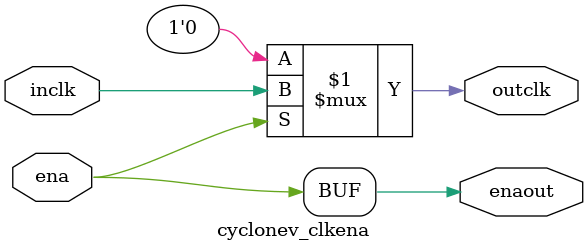
<source format=v>


module cyclonev_lcell_comb (
	                        dataa, datab, datac, datad, datae, dataf, datag, cin, sharein,
	                        combout, sumout, cout, shareout
                            );

   input dataa, datab, datac, datad, datae, dataf, datag, cin, sharein;
   output reg combout = 0, sumout = 0, cout = 0, shareout = 0;

   parameter lut_mask = 64'hFFFFFFFFFFFFFFFF;
   parameter shared_arith = "off";
   parameter extended_lut = "off";
   parameter dont_touch = "off";
   parameter lpm_type = "cyclonev_lcell_comb";

   localparam ishared_arith = shared_arith == "on";
   localparam iextended_lut = extended_lut == "on";

   localparam [15:0] f0_mask = lut_mask[15:0];
   localparam [15:0] f1_mask = lut_mask[31:16];
   localparam [15:0] f2_mask = lut_mask[47:32];
   localparam [15:0] f3_mask = lut_mask[63:48];

   reg        f0_out, f1_out, f2_out, f3_out;
   reg        g0_out, g1_out;
   reg        f2_input3, f2_f;
   reg        adder_input2;

   // 4-input LUT function
   function lut4;
      input [15:0] mask;
      input        dataa;
      input        datab;
      input        datac;
      input        datad;
      begin
         lut4 = datad ? ( datac ? ( datab ? ( dataa ? mask[15] : mask[14])
                                    : ( dataa ? mask[13] : mask[12]))
                          : ( datab ? ( dataa ? mask[11] : mask[10])
                              : ( dataa ? mask[ 9] : mask[ 8])))
           : ( datac ? ( datab ? ( dataa ? mask[ 7] : mask[ 6])
                         : ( dataa ? mask[ 5] : mask[ 4]))
               : ( datab ? ( dataa ? mask[ 3] : mask[ 2])
                   : ( dataa ? mask[ 1] : mask[ 0])));
      end
   endfunction

   // 5-input LUT function
   function lut5;
      input [31:0] mask;
      input        dataa;
      input        datab;
      input        datac;
      input        datad;
      input        datae;
      reg          e0_lut;
      reg          e1_lut;
      reg [15:0]   e0_mask;
      reg [31:16]  e1_mask;
      begin
         e0_mask = mask[15:0];
         e1_mask = mask[31:16];
         e0_lut = lut4(e0_mask, dataa, datab, datac, datad);
         e1_lut = lut4(e1_mask, dataa, datab, datac, datad);
      end
   endfunction

   // 6-input LUT function
   function lut6;
      input [63:0] mask;
      input        dataa;
      input        datab;
      input        datac;
      input        datad;
      input        datae;
      input        dataf;
      reg          f0_lut;
      reg          f1_lut;
      reg [31:0]   f0_mask;
      reg [63:32]  f1_mask ;
      begin
         f0_mask = mask[31:0];
         f1_mask = mask[63:32];
         lut6 = mask[{dataf, datae, datad, datac, datab, dataa}];
      end
   endfunction

   always @(datag or dataf or datae or datad or datac or
            datab or dataa or cin or sharein)
     begin
        // check for extended LUT mode
        if (iextended_lut == 1)
          f2_input3 = datag;
        else
          f2_input3 = datac;

        f0_out = lut4(f0_mask, dataa, datab, datac, datad);
        f1_out = lut4(f1_mask, dataa, datab, f2_input3, datad);
        f2_out = lut4(f2_mask, dataa, datab, datac, datad);
        f3_out = lut4(f3_mask, dataa, datab, f2_input3, datad);

        // combout is the 6-input LUT
        if (iextended_lut == 1)
          begin
             if (datae == 1'b0)
               begin
                  g0_out = f0_out;
                  g1_out = f2_out;
               end
             else if (datae == 1'b1)
               begin
                  g0_out = f1_out;
                  g1_out = f3_out;
               end
             else
               begin
                  if (f0_out == f1_out)
                    g0_out = f0_out;
                  else
                    g0_out = 1'bX;

                  if (f2_out == f3_out)
                    g1_out = f2_out;
                  else
                    g1_out = 1'bX;
               end

             if (dataf == 1'b0)
               combout = g0_out;
             else if ((dataf == 1'b1) || (g0_out == g1_out))
               combout = g1_out;
             else
               combout = 1'bX;
          end
        else
          combout = lut6(lut_mask, dataa, datab, datac, datad, datae, dataf);

        // check for shareed arithmetic mode
        if (ishared_arith == 1)
          adder_input2 = sharein;
        else
          begin
             f2_f = lut4(f2_mask, dataa, datab, datac, dataf);
             adder_input2 = !f2_f;
          end

        // sumout & cout
        sumout = cin ^ f0_out ^ adder_input2;
        cout = (cin & f0_out) | (cin & adder_input2) | (f0_out & adder_input2);
        shareout = f2_out;
     end

endmodule

// ==========================================================================================

module cyclonev_io_ibuf (i, ibar, dynamicterminationcontrol, o);

   parameter differential_mode = 0;
   parameter bus_hold = 0;
   parameter simulate_z_as = 0;
   parameter lpm_type = 0;

   input i;
   input ibar;
   input dynamicterminationcontrol;
   output o;

   assign o = i;

endmodule

// ==========================================================================================

module cyclonev_io_obuf (i, oe, dynamicterminationcontrol, seriesterminationcontrol, parallelterminationcontrol, devoe, o, obar);

   parameter open_drain_output = 0;
   parameter bus_hold = 0;
   parameter shift_series_termination_control = 0;
   parameter sim_dynamic_termination_control_is_connected = 0;
   parameter lpm_type = 0;

   input i;
   input oe;
   input devoe;
   input dynamicterminationcontrol;
   input [15:0] seriesterminationcontrol;
   input [15:0] parallelterminationcontrol;
   output       o;
   output       obar;

   assign o = i, obar = ~i;

endmodule

module dffeas (d, clk, ena, clrn, prn, aload, asdata, sclr, sload, devclrn, devpor, q );
   // GLOBAL PARAMETER DECLARATION
   parameter power_up = "DONT_CARE";
   parameter is_wysiwyg = "false";
   parameter dont_touch = "false";


   parameter x_on_violation = "on";
   parameter lpm_type = "dffeas";

   input d;
   input clk;
   input ena;
   input clrn;
   input prn;
   input aload; 
   input asdata;  
   input sclr; 
   input sload; 
   input devclrn; 
   input devpor; 

   output reg q = 0;

   always @(posedge clk or posedge aload) begin
      if (aload == 1'b1)
        q <= asdata;
      else if (sload == 1'b1)
        q <= asdata;
      else
        q <= d;
   end

endmodule

module cyclonev_clkena    (
                           inclk,
                           ena,
                           enaout,
                           outclk);

   // leda G_521_3_B off
   parameter    clock_type    =    "auto";
   parameter    ena_register_mode    =    "always enabled";
   parameter    lpm_type    =    "cyclonev_clkena";
   parameter    ena_register_power_up    =    "high";
   parameter    disable_mode    =    "low";
   parameter    test_syn    =    "high";
   // leda G_521_3_B on

   input    inclk;
   input    ena;
   output   enaout;
   output   outclk;

   assign outclk = ena ? inclk : 1'b0;
   assign enaout = ena;

endmodule //cyclonev_clkena

</source>
